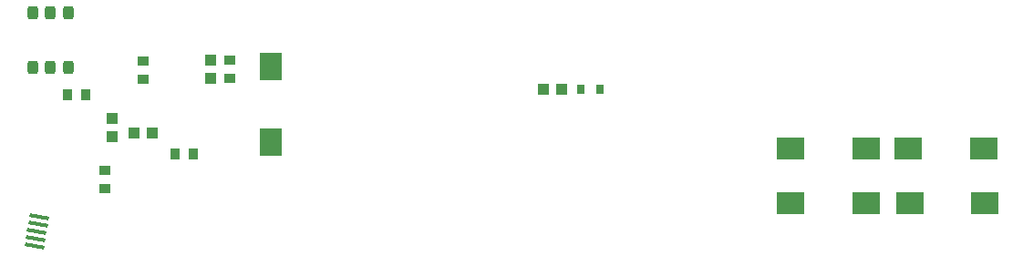
<source format=gtp>
G04 Layer_Color=8421504*
%FSLAX25Y25*%
%MOIN*%
G70*
G01*
G75*
G04:AMPARAMS|DCode=11|XSize=13.78mil|YSize=70.87mil|CornerRadius=0mil|HoleSize=0mil|Usage=FLASHONLY|Rotation=80.000|XOffset=0mil|YOffset=0mil|HoleType=Round|Shape=Rectangle|*
%AMROTATEDRECTD11*
4,1,4,0.03370,-0.01294,-0.03609,-0.00063,-0.03370,0.01294,0.03609,0.00063,0.03370,-0.01294,0.0*
%
%ADD11ROTATEDRECTD11*%

G04:AMPARAMS|DCode=12|XSize=47.24mil|YSize=39.37mil|CornerRadius=9.84mil|HoleSize=0mil|Usage=FLASHONLY|Rotation=90.000|XOffset=0mil|YOffset=0mil|HoleType=Round|Shape=RoundedRectangle|*
%AMROUNDEDRECTD12*
21,1,0.04724,0.01969,0,0,90.0*
21,1,0.02756,0.03937,0,0,90.0*
1,1,0.01969,0.00984,0.01378*
1,1,0.01969,0.00984,-0.01378*
1,1,0.01969,-0.00984,-0.01378*
1,1,0.01969,-0.00984,0.01378*
%
%ADD12ROUNDEDRECTD12*%
G04:AMPARAMS|DCode=13|XSize=39.37mil|YSize=35.43mil|CornerRadius=1.77mil|HoleSize=0mil|Usage=FLASHONLY|Rotation=180.000|XOffset=0mil|YOffset=0mil|HoleType=Round|Shape=RoundedRectangle|*
%AMROUNDEDRECTD13*
21,1,0.03937,0.03189,0,0,180.0*
21,1,0.03583,0.03543,0,0,180.0*
1,1,0.00354,-0.01791,0.01595*
1,1,0.00354,0.01791,0.01595*
1,1,0.00354,0.01791,-0.01595*
1,1,0.00354,-0.01791,-0.01595*
%
%ADD13ROUNDEDRECTD13*%
G04:AMPARAMS|DCode=14|XSize=39.37mil|YSize=35.43mil|CornerRadius=1.77mil|HoleSize=0mil|Usage=FLASHONLY|Rotation=270.000|XOffset=0mil|YOffset=0mil|HoleType=Round|Shape=RoundedRectangle|*
%AMROUNDEDRECTD14*
21,1,0.03937,0.03189,0,0,270.0*
21,1,0.03583,0.03543,0,0,270.0*
1,1,0.00354,-0.01595,-0.01791*
1,1,0.00354,-0.01595,0.01791*
1,1,0.00354,0.01595,0.01791*
1,1,0.00354,0.01595,-0.01791*
%
%ADD14ROUNDEDRECTD14*%
%ADD15R,0.03150X0.03740*%
%ADD16R,0.03937X0.04331*%
%ADD17R,0.04331X0.03937*%
%ADD18R,0.09843X0.07874*%
%ADD19R,0.07874X0.09843*%
D11*
X258622Y212009D02*
D03*
X258143Y209295D02*
D03*
X257665Y206581D02*
D03*
X259579Y217437D02*
D03*
X259101Y214723D02*
D03*
D12*
X257300Y291998D02*
D03*
X263599D02*
D03*
X269997D02*
D03*
Y272017D02*
D03*
X263599Y272116D02*
D03*
X257300D02*
D03*
D13*
X329000Y268154D02*
D03*
Y274847D02*
D03*
X297500Y267653D02*
D03*
Y274346D02*
D03*
X283500Y234347D02*
D03*
Y227654D02*
D03*
D14*
X276346Y262000D02*
D03*
X269654D02*
D03*
X309154Y240500D02*
D03*
X315846D02*
D03*
D15*
X457457Y264000D02*
D03*
X464543D02*
D03*
D16*
X322000Y274847D02*
D03*
Y268154D02*
D03*
X286000Y253346D02*
D03*
Y246654D02*
D03*
D17*
X300847Y248000D02*
D03*
X294153D02*
D03*
X443653Y264000D02*
D03*
X450347D02*
D03*
D18*
X561780Y242469D02*
D03*
X534221D02*
D03*
X604780Y242500D02*
D03*
X577220D02*
D03*
X561780Y222500D02*
D03*
X534221D02*
D03*
X605280D02*
D03*
X577720D02*
D03*
D19*
X344000Y272280D02*
D03*
Y244721D02*
D03*
M02*

</source>
